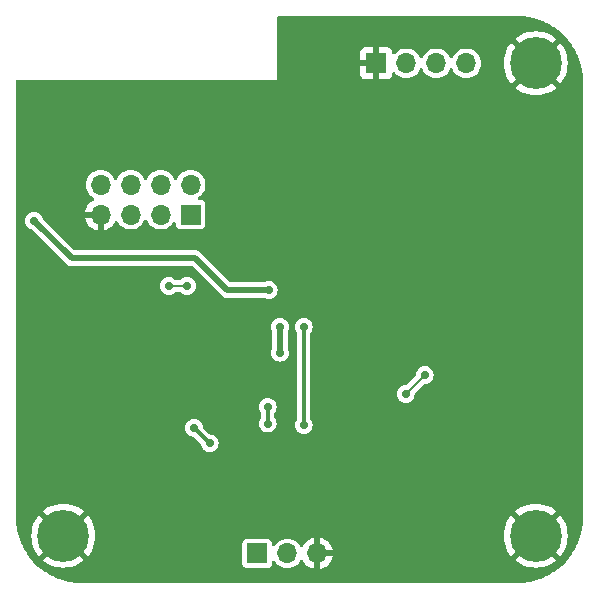
<source format=gbr>
%TF.GenerationSoftware,KiCad,Pcbnew,8.0.2*%
%TF.CreationDate,2024-07-16T02:57:23-07:00*%
%TF.ProjectId,sensor-node-rev-2s,73656e73-6f72-42d6-9e6f-64652d726576,rev?*%
%TF.SameCoordinates,Original*%
%TF.FileFunction,Copper,L2,Bot*%
%TF.FilePolarity,Positive*%
%FSLAX46Y46*%
G04 Gerber Fmt 4.6, Leading zero omitted, Abs format (unit mm)*
G04 Created by KiCad (PCBNEW 8.0.2) date 2024-07-16 02:57:23*
%MOMM*%
%LPD*%
G01*
G04 APERTURE LIST*
%TA.AperFunction,ComponentPad*%
%ADD10R,1.700000X1.700000*%
%TD*%
%TA.AperFunction,ComponentPad*%
%ADD11O,1.700000X1.700000*%
%TD*%
%TA.AperFunction,ComponentPad*%
%ADD12C,4.400000*%
%TD*%
%TA.AperFunction,ViaPad*%
%ADD13C,0.700000*%
%TD*%
%TA.AperFunction,ViaPad*%
%ADD14C,0.900000*%
%TD*%
%TA.AperFunction,Conductor*%
%ADD15C,0.300000*%
%TD*%
%TA.AperFunction,Conductor*%
%ADD16C,0.200000*%
%TD*%
%TA.AperFunction,Conductor*%
%ADD17C,0.500000*%
%TD*%
G04 APERTURE END LIST*
D10*
%TO.P,J2,1,Pin_1*%
%TO.N,GND*%
X105000000Y-100500000D03*
D11*
%TO.P,J2,2,Pin_2*%
%TO.N,SWCLK*%
X107540000Y-100500000D03*
%TO.P,J2,3,Pin_3*%
%TO.N,SWDIO*%
X110080000Y-100500000D03*
%TO.P,J2,4,Pin_4*%
%TO.N,+3.3V*%
X112620000Y-100500000D03*
%TD*%
D12*
%TO.P,H3,1,1*%
%TO.N,GND*%
X118500000Y-100500000D03*
%TD*%
%TO.P,H4,1,1*%
%TO.N,GND*%
X118500000Y-140500000D03*
%TD*%
D11*
%TO.P,nRF24L01+,1,Pin_1*%
%TO.N,NRF_IRQ*%
X89280000Y-110770000D03*
%TO.P,nRF24L01+,2,Pin_2*%
%TO.N,NRF_MOSI*%
X86740000Y-110770000D03*
%TO.P,nRF24L01+,3,Pin_3*%
%TO.N,NRF_CSN*%
X84200000Y-110770000D03*
%TO.P,nRF24L01+,4,Pin_4*%
%TO.N,VDD*%
X81660000Y-110770000D03*
%TO.P,nRF24L01+,5,Pin_5*%
%TO.N,GND*%
X81660000Y-113310000D03*
%TO.P,nRF24L01+,6,Pin_6*%
%TO.N,NRF_CE*%
X84200000Y-113310000D03*
%TO.P,nRF24L01+,7,Pin_7*%
%TO.N,NRF_SCK*%
X86740000Y-113310000D03*
D10*
%TO.P,nRF24L01+,8,Pin_8*%
%TO.N,NRF_MISO*%
X89280000Y-113310000D03*
%TD*%
%TO.P,J4,1,Pin_1*%
%TO.N,Net-(J4-Pin_1)*%
X94920000Y-142000000D03*
D11*
%TO.P,J4,2,Pin_2*%
%TO.N,Net-(J4-Pin_2)*%
X97460000Y-142000000D03*
%TO.P,J4,3,Pin_3*%
%TO.N,GND*%
X100000000Y-142000000D03*
%TD*%
D12*
%TO.P,H2,1,1*%
%TO.N,GND*%
X78500000Y-140500000D03*
%TD*%
D13*
%TO.N,GND*%
X86300000Y-132300000D03*
X92175000Y-108575000D03*
X97400000Y-137200000D03*
X82190000Y-142830000D03*
X116880000Y-128800000D03*
X80000000Y-124400000D03*
X87100000Y-130700000D03*
X88200000Y-133200000D03*
X100070000Y-132410000D03*
X91475000Y-116000000D03*
X117580000Y-123520000D03*
X100150000Y-139600000D03*
X94100000Y-117900000D03*
X88000000Y-140000000D03*
X78900000Y-106200000D03*
X98700000Y-138200000D03*
X102880000Y-112260000D03*
X89300000Y-102800000D03*
X82300000Y-102800000D03*
X81950000Y-141150000D03*
D14*
X104750000Y-140700000D03*
D13*
X115710000Y-123890000D03*
X85900000Y-102800000D03*
X82300000Y-106200000D03*
X78410000Y-127050000D03*
X77000000Y-124000000D03*
X84972120Y-126602880D03*
X87740000Y-125740000D03*
X95500000Y-121000000D03*
X80480000Y-123040000D03*
X92000000Y-128500000D03*
X75500000Y-106200000D03*
X87870000Y-131390000D03*
X88000000Y-139000000D03*
X92150000Y-113750000D03*
X82025000Y-127275000D03*
D14*
X104750000Y-142100000D03*
D13*
X92700000Y-102800000D03*
X100000000Y-129000000D03*
X78900000Y-102800000D03*
X116420000Y-130870000D03*
D14*
X115000000Y-142100000D03*
D13*
X102500000Y-109925000D03*
X99900000Y-120750000D03*
X96100000Y-102800000D03*
X89300000Y-106200000D03*
X99820000Y-134220000D03*
X95864873Y-128190000D03*
D14*
X111500000Y-123000000D03*
D13*
X91100000Y-142500000D03*
X100200000Y-122450000D03*
X81840000Y-128240000D03*
X97500000Y-127500000D03*
X100000000Y-127500000D03*
X102130000Y-132410000D03*
X107900000Y-131410000D03*
X87700000Y-124400000D03*
X87000000Y-139000000D03*
X92000000Y-125350000D03*
D14*
X115000000Y-140700000D03*
D13*
X93600000Y-126800000D03*
X89900000Y-133500000D03*
X98000000Y-97500000D03*
X98000000Y-100900000D03*
X90350000Y-126800000D03*
X101400000Y-97500000D03*
X114920000Y-128260000D03*
X80200000Y-115400000D03*
X85900000Y-106200000D03*
X75500000Y-102800000D03*
X97500000Y-129000000D03*
X101400000Y-100900000D03*
%TO.N,USART1_RX*%
X95800000Y-129600000D03*
X95800000Y-131000000D03*
%TO.N,NRF_SCK*%
X88975000Y-119350000D03*
X87425000Y-119350000D03*
%TO.N,Net-(JP9-B)*%
X107500000Y-128500000D03*
X109100000Y-126900000D03*
%TO.N,VDD*%
X89575000Y-131370000D03*
X96840000Y-122800000D03*
X95900000Y-119710000D03*
X76025000Y-113825000D03*
X96840000Y-125000000D03*
X90900000Y-132680000D03*
%TO.N,POWER_LED_EN*%
X98850000Y-131150000D03*
X98850000Y-122800000D03*
%TD*%
D15*
%TO.N,USART1_RX*%
X95800000Y-131000000D02*
X95800000Y-129600000D01*
D16*
%TO.N,NRF_SCK*%
X87425000Y-119350000D02*
X88975000Y-119350000D01*
%TO.N,Net-(JP9-B)*%
X109100000Y-126900000D02*
X107500000Y-128500000D01*
D17*
%TO.N,VDD*%
X89690000Y-117000000D02*
X92400000Y-119710000D01*
X79200000Y-117000000D02*
X89690000Y-117000000D01*
D15*
X90885000Y-132680000D02*
X89575000Y-131370000D01*
D17*
X96840000Y-122800000D02*
X96840000Y-125000000D01*
D15*
X90900000Y-132680000D02*
X90885000Y-132680000D01*
D17*
X76025000Y-113825000D02*
X79200000Y-117000000D01*
X92400000Y-119710000D02*
X95900000Y-119710000D01*
D15*
%TO.N,POWER_LED_EN*%
X98850000Y-122800000D02*
X98850000Y-131150000D01*
%TD*%
%TA.AperFunction,Conductor*%
%TO.N,GND*%
G36*
X117002562Y-96500605D02*
G01*
X117449036Y-96519072D01*
X117459209Y-96519915D01*
X117900114Y-96574873D01*
X117910194Y-96576555D01*
X118345042Y-96667733D01*
X118354950Y-96670242D01*
X118780786Y-96797019D01*
X118790454Y-96800338D01*
X119131430Y-96933388D01*
X119204339Y-96961838D01*
X119213724Y-96965954D01*
X119612869Y-97161083D01*
X119621877Y-97165958D01*
X120003544Y-97393383D01*
X120012123Y-97398989D01*
X120373693Y-97657144D01*
X120381770Y-97663431D01*
X120720796Y-97950571D01*
X120728336Y-97957512D01*
X121042487Y-98271663D01*
X121049428Y-98279203D01*
X121269554Y-98539106D01*
X121336564Y-98618224D01*
X121342859Y-98626312D01*
X121601010Y-98987876D01*
X121606616Y-98996455D01*
X121834041Y-99378122D01*
X121838919Y-99387136D01*
X122034045Y-99786275D01*
X122038161Y-99795660D01*
X122199656Y-100209533D01*
X122202984Y-100219226D01*
X122329753Y-100645036D01*
X122332269Y-100654971D01*
X122423441Y-101089791D01*
X122425128Y-101099900D01*
X122480082Y-101540769D01*
X122480928Y-101550983D01*
X122499393Y-101997436D01*
X122499499Y-102002560D01*
X122499499Y-138997437D01*
X122499393Y-139002561D01*
X122480927Y-139449015D01*
X122480081Y-139459229D01*
X122425127Y-139900098D01*
X122423440Y-139910207D01*
X122332268Y-140345028D01*
X122329752Y-140354963D01*
X122202983Y-140780772D01*
X122199655Y-140790465D01*
X122038157Y-141204348D01*
X122034040Y-141213733D01*
X121838922Y-141612853D01*
X121834045Y-141621867D01*
X121606615Y-142003544D01*
X121601009Y-142012123D01*
X121342859Y-142373686D01*
X121336564Y-142381774D01*
X121049427Y-142720795D01*
X121042486Y-142728335D01*
X120728335Y-143042486D01*
X120720795Y-143049427D01*
X120381774Y-143336564D01*
X120373686Y-143342859D01*
X120012123Y-143601009D01*
X120003544Y-143606615D01*
X119621867Y-143834045D01*
X119612853Y-143838922D01*
X119213733Y-144034040D01*
X119204348Y-144038157D01*
X118790465Y-144199655D01*
X118780772Y-144202983D01*
X118354963Y-144329752D01*
X118345028Y-144332268D01*
X117910207Y-144423440D01*
X117900098Y-144425127D01*
X117459229Y-144480081D01*
X117449015Y-144480927D01*
X117002562Y-144499393D01*
X116997438Y-144499499D01*
X80002562Y-144499499D01*
X79997438Y-144499393D01*
X79550984Y-144480927D01*
X79540770Y-144480081D01*
X79099901Y-144425127D01*
X79089792Y-144423440D01*
X78654971Y-144332268D01*
X78645036Y-144329752D01*
X78219227Y-144202983D01*
X78209534Y-144199655D01*
X77795651Y-144038157D01*
X77786266Y-144034040D01*
X77387146Y-143838922D01*
X77378132Y-143834045D01*
X76996455Y-143606615D01*
X76987876Y-143601009D01*
X76626313Y-143342859D01*
X76618225Y-143336564D01*
X76611223Y-143330634D01*
X76370005Y-143126332D01*
X76279204Y-143049427D01*
X76271664Y-143042486D01*
X75957513Y-142728335D01*
X75950572Y-142720795D01*
X75843295Y-142594134D01*
X75663431Y-142381769D01*
X75657140Y-142373686D01*
X75609532Y-142307007D01*
X75398990Y-142012123D01*
X75393384Y-142003544D01*
X75165954Y-141621867D01*
X75161077Y-141612853D01*
X74965959Y-141213733D01*
X74961842Y-141204348D01*
X74891742Y-141024697D01*
X74800339Y-140790453D01*
X74797020Y-140780785D01*
X74713426Y-140500000D01*
X75795065Y-140500000D01*
X75814786Y-140826038D01*
X75873667Y-141147341D01*
X75970835Y-141459164D01*
X75970839Y-141459175D01*
X76104897Y-141757041D01*
X76104898Y-141757043D01*
X76273881Y-142036576D01*
X76421476Y-142224968D01*
X77563708Y-141082736D01*
X77660967Y-141216602D01*
X77783398Y-141339033D01*
X77917262Y-141436290D01*
X76775030Y-142578522D01*
X76775030Y-142578523D01*
X76963423Y-142726118D01*
X77242956Y-142895101D01*
X77242958Y-142895102D01*
X77540824Y-143029160D01*
X77540835Y-143029164D01*
X77852658Y-143126332D01*
X78173961Y-143185213D01*
X78500000Y-143204934D01*
X78826038Y-143185213D01*
X79147341Y-143126332D01*
X79459164Y-143029164D01*
X79459175Y-143029160D01*
X79757041Y-142895102D01*
X79757043Y-142895101D01*
X80036586Y-142726112D01*
X80224968Y-142578523D01*
X80224968Y-142578522D01*
X79082737Y-141436290D01*
X79216602Y-141339033D01*
X79339033Y-141216602D01*
X79436290Y-141082737D01*
X80578522Y-142224968D01*
X80578523Y-142224968D01*
X80726112Y-142036586D01*
X80895101Y-141757043D01*
X80895102Y-141757041D01*
X81029160Y-141459175D01*
X81029164Y-141459164D01*
X81126332Y-141147341D01*
X81131622Y-141118475D01*
X93669500Y-141118475D01*
X93669500Y-142881517D01*
X93671652Y-142895102D01*
X93684354Y-142975304D01*
X93741950Y-143088342D01*
X93741952Y-143088344D01*
X93741954Y-143088347D01*
X93831652Y-143178045D01*
X93831654Y-143178046D01*
X93831658Y-143178050D01*
X93944694Y-143235645D01*
X93944698Y-143235647D01*
X94038475Y-143250499D01*
X94038481Y-143250500D01*
X95801518Y-143250499D01*
X95895304Y-143235646D01*
X96008342Y-143178050D01*
X96098050Y-143088342D01*
X96155646Y-142975304D01*
X96155646Y-142975302D01*
X96155647Y-142975301D01*
X96170499Y-142881524D01*
X96170500Y-142881519D01*
X96170499Y-142731859D01*
X96190183Y-142664823D01*
X96242987Y-142619068D01*
X96312145Y-142609124D01*
X96375701Y-142638149D01*
X96396073Y-142660738D01*
X96498402Y-142806877D01*
X96653123Y-142961598D01*
X96832361Y-143087102D01*
X97030670Y-143179575D01*
X97242023Y-143236207D01*
X97424926Y-143252208D01*
X97459998Y-143255277D01*
X97460000Y-143255277D01*
X97460002Y-143255277D01*
X97488254Y-143252805D01*
X97677977Y-143236207D01*
X97889330Y-143179575D01*
X98087639Y-143087102D01*
X98266877Y-142961598D01*
X98421598Y-142806877D01*
X98547102Y-142627639D01*
X98562726Y-142594132D01*
X98608896Y-142541695D01*
X98676090Y-142522543D01*
X98742971Y-142542758D01*
X98787489Y-142594134D01*
X98826399Y-142677578D01*
X98961894Y-142871082D01*
X99128917Y-143038105D01*
X99322421Y-143173600D01*
X99536507Y-143273429D01*
X99536516Y-143273433D01*
X99750000Y-143330634D01*
X99750000Y-142433012D01*
X99807007Y-142465925D01*
X99934174Y-142500000D01*
X100065826Y-142500000D01*
X100192993Y-142465925D01*
X100250000Y-142433012D01*
X100250000Y-143330633D01*
X100463483Y-143273433D01*
X100463492Y-143273429D01*
X100677578Y-143173600D01*
X100871082Y-143038105D01*
X101038105Y-142871082D01*
X101173600Y-142677578D01*
X101273429Y-142463492D01*
X101273432Y-142463486D01*
X101330636Y-142250000D01*
X100433012Y-142250000D01*
X100465925Y-142192993D01*
X100500000Y-142065826D01*
X100500000Y-141934174D01*
X100465925Y-141807007D01*
X100433012Y-141750000D01*
X101330636Y-141750000D01*
X101330635Y-141749999D01*
X101273432Y-141536513D01*
X101273429Y-141536507D01*
X101173600Y-141322422D01*
X101173599Y-141322420D01*
X101038113Y-141128926D01*
X101038108Y-141128920D01*
X100871082Y-140961894D01*
X100677578Y-140826399D01*
X100463492Y-140726570D01*
X100463486Y-140726567D01*
X100250000Y-140669364D01*
X100250000Y-141566988D01*
X100192993Y-141534075D01*
X100065826Y-141500000D01*
X99934174Y-141500000D01*
X99807007Y-141534075D01*
X99750000Y-141566988D01*
X99750000Y-140669364D01*
X99749999Y-140669364D01*
X99536513Y-140726567D01*
X99536507Y-140726570D01*
X99322422Y-140826399D01*
X99322420Y-140826400D01*
X99128926Y-140961886D01*
X99128920Y-140961891D01*
X98961891Y-141128920D01*
X98961886Y-141128926D01*
X98826400Y-141322420D01*
X98826399Y-141322422D01*
X98787489Y-141405866D01*
X98741317Y-141458305D01*
X98674123Y-141477457D01*
X98607242Y-141457241D01*
X98562725Y-141405866D01*
X98547102Y-141372362D01*
X98547100Y-141372359D01*
X98547099Y-141372357D01*
X98421599Y-141193124D01*
X98346950Y-141118475D01*
X98266877Y-141038402D01*
X98128978Y-140941844D01*
X98087638Y-140912897D01*
X97960373Y-140853553D01*
X97889330Y-140820425D01*
X97889326Y-140820424D01*
X97889322Y-140820422D01*
X97677977Y-140763793D01*
X97460002Y-140744723D01*
X97459998Y-140744723D01*
X97314682Y-140757436D01*
X97242023Y-140763793D01*
X97242020Y-140763793D01*
X97030677Y-140820422D01*
X97030670Y-140820424D01*
X97030670Y-140820425D01*
X97027391Y-140821954D01*
X96832361Y-140912898D01*
X96832357Y-140912900D01*
X96653121Y-141038402D01*
X96498402Y-141193121D01*
X96396074Y-141339262D01*
X96341497Y-141382887D01*
X96271999Y-141390081D01*
X96209644Y-141358558D01*
X96174230Y-141298328D01*
X96170499Y-141268139D01*
X96170499Y-141118482D01*
X96163854Y-141076525D01*
X96155646Y-141024696D01*
X96098050Y-140911658D01*
X96098046Y-140911654D01*
X96098045Y-140911652D01*
X96008347Y-140821954D01*
X96008344Y-140821952D01*
X96008342Y-140821950D01*
X95927526Y-140780772D01*
X95895301Y-140764352D01*
X95801524Y-140749500D01*
X94038482Y-140749500D01*
X93957519Y-140762323D01*
X93944696Y-140764354D01*
X93831658Y-140821950D01*
X93831657Y-140821951D01*
X93831652Y-140821954D01*
X93741954Y-140911652D01*
X93741951Y-140911657D01*
X93741950Y-140911658D01*
X93736552Y-140922253D01*
X93684352Y-141024698D01*
X93669500Y-141118475D01*
X81131622Y-141118475D01*
X81185213Y-140826038D01*
X81204934Y-140500000D01*
X115795065Y-140500000D01*
X115814786Y-140826038D01*
X115873667Y-141147341D01*
X115970835Y-141459164D01*
X115970839Y-141459175D01*
X116104897Y-141757041D01*
X116104898Y-141757043D01*
X116273881Y-142036576D01*
X116421476Y-142224968D01*
X117563708Y-141082736D01*
X117660967Y-141216602D01*
X117783398Y-141339033D01*
X117917262Y-141436290D01*
X116775030Y-142578522D01*
X116775030Y-142578523D01*
X116963423Y-142726118D01*
X117242956Y-142895101D01*
X117242958Y-142895102D01*
X117540824Y-143029160D01*
X117540835Y-143029164D01*
X117852658Y-143126332D01*
X118173961Y-143185213D01*
X118500000Y-143204934D01*
X118826038Y-143185213D01*
X119147341Y-143126332D01*
X119459164Y-143029164D01*
X119459175Y-143029160D01*
X119757041Y-142895102D01*
X119757043Y-142895101D01*
X120036586Y-142726112D01*
X120224968Y-142578523D01*
X120224968Y-142578522D01*
X119082737Y-141436290D01*
X119216602Y-141339033D01*
X119339033Y-141216602D01*
X119436290Y-141082737D01*
X120578522Y-142224968D01*
X120578523Y-142224968D01*
X120726112Y-142036586D01*
X120895101Y-141757043D01*
X120895102Y-141757041D01*
X121029160Y-141459175D01*
X121029164Y-141459164D01*
X121126332Y-141147341D01*
X121185213Y-140826038D01*
X121204934Y-140500000D01*
X121185213Y-140173961D01*
X121126332Y-139852658D01*
X121029164Y-139540835D01*
X121029160Y-139540824D01*
X120895102Y-139242958D01*
X120895101Y-139242956D01*
X120726118Y-138963423D01*
X120578522Y-138775030D01*
X119436290Y-139917262D01*
X119339033Y-139783398D01*
X119216602Y-139660967D01*
X119082736Y-139563709D01*
X120224968Y-138421476D01*
X120036576Y-138273881D01*
X119757043Y-138104898D01*
X119757041Y-138104897D01*
X119459175Y-137970839D01*
X119459164Y-137970835D01*
X119147341Y-137873667D01*
X118826038Y-137814786D01*
X118500000Y-137795065D01*
X118173961Y-137814786D01*
X117852658Y-137873667D01*
X117540835Y-137970835D01*
X117540824Y-137970839D01*
X117242958Y-138104897D01*
X117242956Y-138104898D01*
X116963422Y-138273881D01*
X116963416Y-138273886D01*
X116775030Y-138421474D01*
X116775029Y-138421476D01*
X117917262Y-139563709D01*
X117783398Y-139660967D01*
X117660967Y-139783398D01*
X117563709Y-139917262D01*
X116421476Y-138775029D01*
X116421474Y-138775030D01*
X116273886Y-138963416D01*
X116273881Y-138963422D01*
X116104898Y-139242956D01*
X116104897Y-139242958D01*
X115970839Y-139540824D01*
X115970835Y-139540835D01*
X115873667Y-139852658D01*
X115814786Y-140173961D01*
X115795065Y-140500000D01*
X81204934Y-140500000D01*
X81185213Y-140173961D01*
X81126332Y-139852658D01*
X81029164Y-139540835D01*
X81029160Y-139540824D01*
X80895102Y-139242958D01*
X80895101Y-139242956D01*
X80726118Y-138963423D01*
X80578522Y-138775030D01*
X79436290Y-139917262D01*
X79339033Y-139783398D01*
X79216602Y-139660967D01*
X79082736Y-139563709D01*
X80224968Y-138421476D01*
X80036576Y-138273881D01*
X79757043Y-138104898D01*
X79757041Y-138104897D01*
X79459175Y-137970839D01*
X79459164Y-137970835D01*
X79147341Y-137873667D01*
X78826038Y-137814786D01*
X78500000Y-137795065D01*
X78173961Y-137814786D01*
X77852658Y-137873667D01*
X77540835Y-137970835D01*
X77540824Y-137970839D01*
X77242958Y-138104897D01*
X77242956Y-138104898D01*
X76963422Y-138273881D01*
X76963416Y-138273886D01*
X76775030Y-138421474D01*
X76775029Y-138421476D01*
X77917262Y-139563709D01*
X77783398Y-139660967D01*
X77660967Y-139783398D01*
X77563709Y-139917262D01*
X76421476Y-138775029D01*
X76421474Y-138775030D01*
X76273886Y-138963416D01*
X76273881Y-138963422D01*
X76104898Y-139242956D01*
X76104897Y-139242958D01*
X75970839Y-139540824D01*
X75970835Y-139540835D01*
X75873667Y-139852658D01*
X75814786Y-140173961D01*
X75795065Y-140500000D01*
X74713426Y-140500000D01*
X74670243Y-140354950D01*
X74667734Y-140345042D01*
X74576556Y-139910193D01*
X74574874Y-139900113D01*
X74519916Y-139459208D01*
X74519073Y-139449035D01*
X74500607Y-139002561D01*
X74500501Y-138997437D01*
X74500501Y-138926512D01*
X74500500Y-138926494D01*
X74500500Y-131369997D01*
X88819751Y-131369997D01*
X88819751Y-131370002D01*
X88838685Y-131538056D01*
X88894545Y-131697694D01*
X88894547Y-131697697D01*
X88984518Y-131840884D01*
X88984523Y-131840890D01*
X89104109Y-131960476D01*
X89104115Y-131960481D01*
X89247302Y-132050452D01*
X89247305Y-132050454D01*
X89247309Y-132050455D01*
X89247310Y-132050456D01*
X89358958Y-132089523D01*
X89406941Y-132106313D01*
X89406946Y-132106314D01*
X89505651Y-132117435D01*
X89570065Y-132144501D01*
X89579449Y-132152974D01*
X90118929Y-132692454D01*
X90152414Y-132753777D01*
X90154468Y-132766250D01*
X90163685Y-132848053D01*
X90219544Y-133007692D01*
X90219547Y-133007697D01*
X90309518Y-133150884D01*
X90309523Y-133150890D01*
X90429109Y-133270476D01*
X90429115Y-133270481D01*
X90572302Y-133360452D01*
X90572305Y-133360454D01*
X90572309Y-133360455D01*
X90572310Y-133360456D01*
X90644913Y-133385860D01*
X90731943Y-133416314D01*
X90899997Y-133435249D01*
X90900000Y-133435249D01*
X90900003Y-133435249D01*
X91068056Y-133416314D01*
X91068059Y-133416313D01*
X91227690Y-133360456D01*
X91227692Y-133360454D01*
X91227694Y-133360454D01*
X91227697Y-133360452D01*
X91370884Y-133270481D01*
X91370885Y-133270480D01*
X91370890Y-133270477D01*
X91490477Y-133150890D01*
X91580452Y-133007697D01*
X91580454Y-133007694D01*
X91580454Y-133007692D01*
X91580456Y-133007690D01*
X91636313Y-132848059D01*
X91636313Y-132848058D01*
X91636314Y-132848056D01*
X91655249Y-132680002D01*
X91655249Y-132679997D01*
X91636314Y-132511943D01*
X91580454Y-132352305D01*
X91580452Y-132352302D01*
X91490481Y-132209115D01*
X91490476Y-132209109D01*
X91370890Y-132089523D01*
X91370884Y-132089518D01*
X91227697Y-131999547D01*
X91227692Y-131999544D01*
X91068053Y-131943685D01*
X90952442Y-131930659D01*
X90888028Y-131903592D01*
X90878645Y-131895120D01*
X90357974Y-131374449D01*
X90324489Y-131313126D01*
X90322435Y-131300651D01*
X90311314Y-131201946D01*
X90311313Y-131201941D01*
X90255454Y-131042305D01*
X90255452Y-131042302D01*
X90165481Y-130899115D01*
X90165476Y-130899109D01*
X90045890Y-130779523D01*
X90045884Y-130779518D01*
X89902697Y-130689547D01*
X89902694Y-130689545D01*
X89743056Y-130633685D01*
X89575003Y-130614751D01*
X89574997Y-130614751D01*
X89406943Y-130633685D01*
X89247305Y-130689545D01*
X89247302Y-130689547D01*
X89104115Y-130779518D01*
X89104109Y-130779523D01*
X88984523Y-130899109D01*
X88984518Y-130899115D01*
X88894547Y-131042302D01*
X88894545Y-131042305D01*
X88838685Y-131201943D01*
X88819751Y-131369997D01*
X74500500Y-131369997D01*
X74500500Y-129599997D01*
X95044751Y-129599997D01*
X95044751Y-129600002D01*
X95063685Y-129768056D01*
X95119545Y-129927694D01*
X95119547Y-129927697D01*
X95209518Y-130070884D01*
X95209523Y-130070890D01*
X95213181Y-130074548D01*
X95246666Y-130135871D01*
X95249500Y-130162229D01*
X95249500Y-130437771D01*
X95229815Y-130504810D01*
X95213181Y-130525452D01*
X95209523Y-130529109D01*
X95209518Y-130529115D01*
X95119547Y-130672302D01*
X95119545Y-130672305D01*
X95063685Y-130831943D01*
X95044751Y-130999997D01*
X95044751Y-131000002D01*
X95063685Y-131168056D01*
X95119545Y-131327694D01*
X95119547Y-131327697D01*
X95209518Y-131470884D01*
X95209523Y-131470890D01*
X95329109Y-131590476D01*
X95329115Y-131590481D01*
X95472302Y-131680452D01*
X95472305Y-131680454D01*
X95472309Y-131680455D01*
X95472310Y-131680456D01*
X95521562Y-131697690D01*
X95631943Y-131736314D01*
X95799997Y-131755249D01*
X95800000Y-131755249D01*
X95800003Y-131755249D01*
X95968056Y-131736314D01*
X95968059Y-131736313D01*
X96127690Y-131680456D01*
X96127692Y-131680454D01*
X96127694Y-131680454D01*
X96127697Y-131680452D01*
X96270884Y-131590481D01*
X96270885Y-131590480D01*
X96270890Y-131590477D01*
X96390477Y-131470890D01*
X96390481Y-131470884D01*
X96480452Y-131327697D01*
X96480454Y-131327694D01*
X96480454Y-131327692D01*
X96480456Y-131327690D01*
X96536313Y-131168059D01*
X96536313Y-131168058D01*
X96536314Y-131168056D01*
X96555249Y-131000002D01*
X96555249Y-130999997D01*
X96536314Y-130831943D01*
X96480454Y-130672305D01*
X96480452Y-130672302D01*
X96390481Y-130529115D01*
X96390476Y-130529109D01*
X96386819Y-130525452D01*
X96353334Y-130464129D01*
X96350500Y-130437771D01*
X96350500Y-130162229D01*
X96370185Y-130095190D01*
X96386819Y-130074548D01*
X96390477Y-130070890D01*
X96480452Y-129927697D01*
X96480454Y-129927694D01*
X96480454Y-129927692D01*
X96480456Y-129927690D01*
X96536313Y-129768059D01*
X96536313Y-129768058D01*
X96536314Y-129768056D01*
X96555249Y-129600002D01*
X96555249Y-129599997D01*
X96536314Y-129431943D01*
X96480454Y-129272305D01*
X96480452Y-129272302D01*
X96390481Y-129129115D01*
X96390476Y-129129109D01*
X96270890Y-129009523D01*
X96270884Y-129009518D01*
X96127697Y-128919547D01*
X96127694Y-128919545D01*
X95968056Y-128863685D01*
X95800003Y-128844751D01*
X95799997Y-128844751D01*
X95631943Y-128863685D01*
X95472305Y-128919545D01*
X95472302Y-128919547D01*
X95329115Y-129009518D01*
X95329109Y-129009523D01*
X95209523Y-129129109D01*
X95209518Y-129129115D01*
X95119547Y-129272302D01*
X95119545Y-129272305D01*
X95063685Y-129431943D01*
X95044751Y-129599997D01*
X74500500Y-129599997D01*
X74500500Y-122799997D01*
X96084751Y-122799997D01*
X96084751Y-122800002D01*
X96103686Y-122968057D01*
X96159542Y-123127687D01*
X96159548Y-123127697D01*
X96170493Y-123145115D01*
X96189500Y-123211087D01*
X96189500Y-124588911D01*
X96170495Y-124654882D01*
X96159544Y-124672310D01*
X96103685Y-124831943D01*
X96084751Y-124999997D01*
X96084751Y-125000002D01*
X96103685Y-125168056D01*
X96159545Y-125327694D01*
X96159547Y-125327697D01*
X96249518Y-125470884D01*
X96249523Y-125470890D01*
X96369109Y-125590476D01*
X96369115Y-125590481D01*
X96512302Y-125680452D01*
X96512305Y-125680454D01*
X96512309Y-125680455D01*
X96512310Y-125680456D01*
X96584913Y-125705860D01*
X96671943Y-125736314D01*
X96839997Y-125755249D01*
X96840000Y-125755249D01*
X96840003Y-125755249D01*
X97008056Y-125736314D01*
X97008059Y-125736313D01*
X97167690Y-125680456D01*
X97167692Y-125680454D01*
X97167694Y-125680454D01*
X97167697Y-125680452D01*
X97310884Y-125590481D01*
X97310885Y-125590480D01*
X97310890Y-125590477D01*
X97430477Y-125470890D01*
X97520452Y-125327697D01*
X97520454Y-125327694D01*
X97520454Y-125327692D01*
X97520456Y-125327690D01*
X97576313Y-125168059D01*
X97576313Y-125168058D01*
X97576314Y-125168056D01*
X97595249Y-125000002D01*
X97595249Y-124999997D01*
X97576314Y-124831943D01*
X97563417Y-124795088D01*
X97520456Y-124672310D01*
X97509504Y-124654881D01*
X97490500Y-124588911D01*
X97490500Y-123211087D01*
X97509506Y-123145115D01*
X97520456Y-123127690D01*
X97576313Y-122968059D01*
X97595249Y-122800000D01*
X97595249Y-122799997D01*
X98094751Y-122799997D01*
X98094751Y-122800002D01*
X98113685Y-122968056D01*
X98169545Y-123127694D01*
X98169547Y-123127697D01*
X98259518Y-123270884D01*
X98259523Y-123270890D01*
X98263181Y-123274548D01*
X98296666Y-123335871D01*
X98299500Y-123362229D01*
X98299500Y-130587771D01*
X98279815Y-130654810D01*
X98263181Y-130675452D01*
X98259523Y-130679109D01*
X98259518Y-130679115D01*
X98169547Y-130822302D01*
X98169545Y-130822305D01*
X98113685Y-130981943D01*
X98094751Y-131149997D01*
X98094751Y-131150002D01*
X98113685Y-131318056D01*
X98169545Y-131477694D01*
X98169547Y-131477697D01*
X98259518Y-131620884D01*
X98259523Y-131620890D01*
X98379109Y-131740476D01*
X98379115Y-131740481D01*
X98522302Y-131830452D01*
X98522305Y-131830454D01*
X98522309Y-131830455D01*
X98522310Y-131830456D01*
X98552112Y-131840884D01*
X98681943Y-131886314D01*
X98849997Y-131905249D01*
X98850000Y-131905249D01*
X98850003Y-131905249D01*
X99018056Y-131886314D01*
X99018059Y-131886313D01*
X99177690Y-131830456D01*
X99177692Y-131830454D01*
X99177694Y-131830454D01*
X99177697Y-131830452D01*
X99320884Y-131740481D01*
X99320885Y-131740480D01*
X99320890Y-131740477D01*
X99440477Y-131620890D01*
X99440481Y-131620884D01*
X99530452Y-131477697D01*
X99530454Y-131477694D01*
X99530454Y-131477692D01*
X99530456Y-131477690D01*
X99586313Y-131318059D01*
X99586313Y-131318058D01*
X99586314Y-131318056D01*
X99605249Y-131150002D01*
X99605249Y-131149997D01*
X99586314Y-130981943D01*
X99555860Y-130894913D01*
X99530456Y-130822310D01*
X99530455Y-130822309D01*
X99530454Y-130822305D01*
X99530452Y-130822302D01*
X99440481Y-130679115D01*
X99440476Y-130679109D01*
X99436819Y-130675452D01*
X99403334Y-130614129D01*
X99400500Y-130587771D01*
X99400500Y-128499997D01*
X106744751Y-128499997D01*
X106744751Y-128500002D01*
X106763685Y-128668056D01*
X106819545Y-128827694D01*
X106819547Y-128827697D01*
X106909518Y-128970884D01*
X106909523Y-128970890D01*
X107029109Y-129090476D01*
X107029115Y-129090481D01*
X107172302Y-129180452D01*
X107172305Y-129180454D01*
X107172309Y-129180455D01*
X107172310Y-129180456D01*
X107244913Y-129205860D01*
X107331943Y-129236314D01*
X107499997Y-129255249D01*
X107500000Y-129255249D01*
X107500003Y-129255249D01*
X107668056Y-129236314D01*
X107668059Y-129236313D01*
X107827690Y-129180456D01*
X107827692Y-129180454D01*
X107827694Y-129180454D01*
X107827697Y-129180452D01*
X107970884Y-129090481D01*
X107970885Y-129090480D01*
X107970890Y-129090477D01*
X108090477Y-128970890D01*
X108122738Y-128919547D01*
X108180452Y-128827697D01*
X108180454Y-128827694D01*
X108180454Y-128827692D01*
X108180456Y-128827690D01*
X108236313Y-128668059D01*
X108236313Y-128668057D01*
X108236314Y-128668055D01*
X108256029Y-128493080D01*
X108258356Y-128493342D01*
X108274934Y-128436887D01*
X108291568Y-128416245D01*
X109016245Y-127691568D01*
X109077568Y-127658083D01*
X109093122Y-127656410D01*
X109093080Y-127656029D01*
X109268055Y-127636314D01*
X109268057Y-127636313D01*
X109268059Y-127636313D01*
X109427690Y-127580456D01*
X109427692Y-127580454D01*
X109427694Y-127580454D01*
X109427697Y-127580452D01*
X109570884Y-127490481D01*
X109570885Y-127490480D01*
X109570890Y-127490477D01*
X109690477Y-127370890D01*
X109780452Y-127227697D01*
X109780454Y-127227694D01*
X109780454Y-127227692D01*
X109780456Y-127227690D01*
X109836313Y-127068059D01*
X109836313Y-127068058D01*
X109836314Y-127068056D01*
X109855249Y-126900002D01*
X109855249Y-126899997D01*
X109836314Y-126731943D01*
X109780454Y-126572305D01*
X109780452Y-126572302D01*
X109690481Y-126429115D01*
X109690476Y-126429109D01*
X109570890Y-126309523D01*
X109570884Y-126309518D01*
X109427697Y-126219547D01*
X109427694Y-126219545D01*
X109268056Y-126163685D01*
X109100003Y-126144751D01*
X109099997Y-126144751D01*
X108931943Y-126163685D01*
X108772305Y-126219545D01*
X108772302Y-126219547D01*
X108629115Y-126309518D01*
X108629109Y-126309523D01*
X108509523Y-126429109D01*
X108509518Y-126429115D01*
X108419547Y-126572302D01*
X108419545Y-126572305D01*
X108363685Y-126731943D01*
X108343971Y-126906920D01*
X108341642Y-126906657D01*
X108325066Y-126963111D01*
X108308432Y-126983753D01*
X107583753Y-127708432D01*
X107522430Y-127741917D01*
X107506876Y-127743589D01*
X107506920Y-127743971D01*
X107331943Y-127763685D01*
X107172305Y-127819545D01*
X107172302Y-127819547D01*
X107029115Y-127909518D01*
X107029109Y-127909523D01*
X106909523Y-128029109D01*
X106909518Y-128029115D01*
X106819547Y-128172302D01*
X106819545Y-128172305D01*
X106763685Y-128331943D01*
X106744751Y-128499997D01*
X99400500Y-128499997D01*
X99400500Y-123362229D01*
X99420185Y-123295190D01*
X99436819Y-123274548D01*
X99440477Y-123270890D01*
X99478054Y-123211087D01*
X99530452Y-123127697D01*
X99530454Y-123127694D01*
X99530454Y-123127692D01*
X99530456Y-123127690D01*
X99586313Y-122968059D01*
X99586313Y-122968058D01*
X99586314Y-122968056D01*
X99605249Y-122800002D01*
X99605249Y-122799997D01*
X99586314Y-122631943D01*
X99530454Y-122472305D01*
X99530452Y-122472302D01*
X99440481Y-122329115D01*
X99440476Y-122329109D01*
X99320890Y-122209523D01*
X99320884Y-122209518D01*
X99177697Y-122119547D01*
X99177694Y-122119545D01*
X99018056Y-122063685D01*
X98850003Y-122044751D01*
X98849997Y-122044751D01*
X98681943Y-122063685D01*
X98522305Y-122119545D01*
X98522302Y-122119547D01*
X98379115Y-122209518D01*
X98379109Y-122209523D01*
X98259523Y-122329109D01*
X98259518Y-122329115D01*
X98169547Y-122472302D01*
X98169545Y-122472305D01*
X98113685Y-122631943D01*
X98094751Y-122799997D01*
X97595249Y-122799997D01*
X97576314Y-122631943D01*
X97520454Y-122472305D01*
X97520452Y-122472302D01*
X97430481Y-122329115D01*
X97430476Y-122329109D01*
X97310890Y-122209523D01*
X97310884Y-122209518D01*
X97167697Y-122119547D01*
X97167694Y-122119545D01*
X97008056Y-122063685D01*
X96840003Y-122044751D01*
X96839997Y-122044751D01*
X96671943Y-122063685D01*
X96512305Y-122119545D01*
X96512302Y-122119547D01*
X96369115Y-122209518D01*
X96369109Y-122209523D01*
X96249523Y-122329109D01*
X96249518Y-122329115D01*
X96159547Y-122472302D01*
X96159545Y-122472305D01*
X96103685Y-122631943D01*
X96084751Y-122799997D01*
X74500500Y-122799997D01*
X74500500Y-119349997D01*
X86669751Y-119349997D01*
X86669751Y-119350002D01*
X86688685Y-119518056D01*
X86744545Y-119677694D01*
X86744547Y-119677697D01*
X86834518Y-119820884D01*
X86834523Y-119820890D01*
X86954109Y-119940476D01*
X86954115Y-119940481D01*
X87097302Y-120030452D01*
X87097305Y-120030454D01*
X87097309Y-120030455D01*
X87097310Y-120030456D01*
X87118004Y-120037697D01*
X87256943Y-120086314D01*
X87424997Y-120105249D01*
X87425000Y-120105249D01*
X87425003Y-120105249D01*
X87593056Y-120086314D01*
X87593059Y-120086313D01*
X87752690Y-120030456D01*
X87752692Y-120030454D01*
X87752694Y-120030454D01*
X87752697Y-120030452D01*
X87895884Y-119940481D01*
X87895885Y-119940480D01*
X87895890Y-119940477D01*
X87949548Y-119886819D01*
X88010871Y-119853334D01*
X88037229Y-119850500D01*
X88362771Y-119850500D01*
X88429810Y-119870185D01*
X88450452Y-119886819D01*
X88504109Y-119940476D01*
X88504115Y-119940481D01*
X88647302Y-120030452D01*
X88647305Y-120030454D01*
X88647309Y-120030455D01*
X88647310Y-120030456D01*
X88668004Y-120037697D01*
X88806943Y-120086314D01*
X88974997Y-120105249D01*
X88975000Y-120105249D01*
X88975003Y-120105249D01*
X89143056Y-120086314D01*
X89143059Y-120086313D01*
X89302690Y-120030456D01*
X89302692Y-120030454D01*
X89302694Y-120030454D01*
X89302697Y-120030452D01*
X89445884Y-119940481D01*
X89445885Y-119940480D01*
X89445890Y-119940477D01*
X89565477Y-119820890D01*
X89635153Y-119710002D01*
X89655452Y-119677697D01*
X89655454Y-119677694D01*
X89655454Y-119677692D01*
X89655456Y-119677690D01*
X89711313Y-119518059D01*
X89711313Y-119518058D01*
X89711314Y-119518056D01*
X89730249Y-119350002D01*
X89730249Y-119349997D01*
X89711314Y-119181943D01*
X89657988Y-119029547D01*
X89655456Y-119022310D01*
X89655455Y-119022309D01*
X89655454Y-119022305D01*
X89655452Y-119022302D01*
X89565481Y-118879115D01*
X89565476Y-118879109D01*
X89445890Y-118759523D01*
X89445884Y-118759518D01*
X89302697Y-118669547D01*
X89302694Y-118669545D01*
X89143056Y-118613685D01*
X88975003Y-118594751D01*
X88974997Y-118594751D01*
X88806943Y-118613685D01*
X88647305Y-118669545D01*
X88647302Y-118669547D01*
X88504115Y-118759518D01*
X88504109Y-118759523D01*
X88450452Y-118813181D01*
X88389129Y-118846666D01*
X88362771Y-118849500D01*
X88037229Y-118849500D01*
X87970190Y-118829815D01*
X87949548Y-118813181D01*
X87895890Y-118759523D01*
X87895884Y-118759518D01*
X87752697Y-118669547D01*
X87752694Y-118669545D01*
X87593056Y-118613685D01*
X87425003Y-118594751D01*
X87424997Y-118594751D01*
X87256943Y-118613685D01*
X87097305Y-118669545D01*
X87097302Y-118669547D01*
X86954115Y-118759518D01*
X86954109Y-118759523D01*
X86834523Y-118879109D01*
X86834518Y-118879115D01*
X86744547Y-119022302D01*
X86744545Y-119022305D01*
X86688685Y-119181943D01*
X86669751Y-119349997D01*
X74500500Y-119349997D01*
X74500500Y-113824997D01*
X75269751Y-113824997D01*
X75269751Y-113825002D01*
X75288685Y-113993056D01*
X75344545Y-114152694D01*
X75344547Y-114152697D01*
X75434518Y-114295884D01*
X75434523Y-114295890D01*
X75554109Y-114415476D01*
X75554115Y-114415481D01*
X75697302Y-114505452D01*
X75697307Y-114505455D01*
X75697310Y-114505456D01*
X75806271Y-114543582D01*
X75852997Y-114572943D01*
X78785325Y-117505272D01*
X78785326Y-117505273D01*
X78785329Y-117505275D01*
X78785331Y-117505277D01*
X78891873Y-117576465D01*
X79010256Y-117625501D01*
X79010260Y-117625501D01*
X79010261Y-117625502D01*
X79135928Y-117650500D01*
X79135931Y-117650500D01*
X89369192Y-117650500D01*
X89436231Y-117670185D01*
X89456873Y-117686819D01*
X91985325Y-120215272D01*
X91985328Y-120215275D01*
X92060123Y-120265251D01*
X92060122Y-120265251D01*
X92083961Y-120281178D01*
X92091873Y-120286465D01*
X92210256Y-120335501D01*
X92210260Y-120335501D01*
X92210261Y-120335502D01*
X92335928Y-120360500D01*
X92335931Y-120360500D01*
X95488912Y-120360500D01*
X95554883Y-120379506D01*
X95572310Y-120390456D01*
X95731941Y-120446313D01*
X95773955Y-120451047D01*
X95899997Y-120465249D01*
X95900000Y-120465249D01*
X95900003Y-120465249D01*
X96068056Y-120446314D01*
X96068059Y-120446313D01*
X96227690Y-120390456D01*
X96227692Y-120390454D01*
X96227694Y-120390454D01*
X96227697Y-120390452D01*
X96370884Y-120300481D01*
X96370885Y-120300480D01*
X96370890Y-120300477D01*
X96490477Y-120180890D01*
X96538006Y-120105249D01*
X96580452Y-120037697D01*
X96580454Y-120037694D01*
X96580454Y-120037692D01*
X96580456Y-120037690D01*
X96636313Y-119878059D01*
X96636313Y-119878058D01*
X96636314Y-119878056D01*
X96655249Y-119710002D01*
X96655249Y-119709997D01*
X96636314Y-119541943D01*
X96580454Y-119382305D01*
X96580452Y-119382302D01*
X96490481Y-119239115D01*
X96490476Y-119239109D01*
X96370890Y-119119523D01*
X96370884Y-119119518D01*
X96227697Y-119029547D01*
X96227694Y-119029545D01*
X96068056Y-118973685D01*
X95900003Y-118954751D01*
X95899997Y-118954751D01*
X95731942Y-118973686D01*
X95572311Y-119029543D01*
X95554883Y-119040494D01*
X95488912Y-119059500D01*
X92720808Y-119059500D01*
X92653769Y-119039815D01*
X92633127Y-119023181D01*
X90104674Y-116494727D01*
X90104673Y-116494726D01*
X90104669Y-116494723D01*
X89998127Y-116423535D01*
X89879744Y-116374499D01*
X89879738Y-116374497D01*
X89754071Y-116349500D01*
X89754069Y-116349500D01*
X79520808Y-116349500D01*
X79453769Y-116329815D01*
X79433127Y-116313181D01*
X76772943Y-113652997D01*
X76743582Y-113606270D01*
X76705455Y-113497307D01*
X76705452Y-113497302D01*
X76615481Y-113354115D01*
X76615476Y-113354109D01*
X76495890Y-113234523D01*
X76495884Y-113234518D01*
X76352697Y-113144547D01*
X76352694Y-113144545D01*
X76193056Y-113088685D01*
X76025003Y-113069751D01*
X76024997Y-113069751D01*
X75856943Y-113088685D01*
X75697305Y-113144545D01*
X75697302Y-113144547D01*
X75554115Y-113234518D01*
X75554109Y-113234523D01*
X75434523Y-113354109D01*
X75434518Y-113354115D01*
X75344547Y-113497302D01*
X75344545Y-113497305D01*
X75288685Y-113656943D01*
X75269751Y-113824997D01*
X74500500Y-113824997D01*
X74500500Y-113059999D01*
X80329364Y-113059999D01*
X80329364Y-113060000D01*
X81226988Y-113060000D01*
X81194075Y-113117007D01*
X81160000Y-113244174D01*
X81160000Y-113375826D01*
X81194075Y-113502993D01*
X81226988Y-113560000D01*
X80329364Y-113560000D01*
X80386567Y-113773486D01*
X80386570Y-113773492D01*
X80486399Y-113987578D01*
X80621894Y-114181082D01*
X80788917Y-114348105D01*
X80982421Y-114483600D01*
X81196507Y-114583429D01*
X81196516Y-114583433D01*
X81410000Y-114640634D01*
X81410000Y-113743012D01*
X81467007Y-113775925D01*
X81594174Y-113810000D01*
X81725826Y-113810000D01*
X81852993Y-113775925D01*
X81910000Y-113743012D01*
X81910000Y-114640633D01*
X82123483Y-114583433D01*
X82123492Y-114583429D01*
X82337578Y-114483600D01*
X82531082Y-114348105D01*
X82698105Y-114181082D01*
X82833598Y-113987580D01*
X82872509Y-113904135D01*
X82918681Y-113851695D01*
X82985875Y-113832543D01*
X83052756Y-113852758D01*
X83097273Y-113904133D01*
X83107989Y-113927112D01*
X83112898Y-113937639D01*
X83238402Y-114116877D01*
X83393123Y-114271598D01*
X83572361Y-114397102D01*
X83770670Y-114489575D01*
X83982023Y-114546207D01*
X84164926Y-114562208D01*
X84199998Y-114565277D01*
X84200000Y-114565277D01*
X84200002Y-114565277D01*
X84228254Y-114562805D01*
X84417977Y-114546207D01*
X84629330Y-114489575D01*
X84827639Y-114397102D01*
X85006877Y-114271598D01*
X85161598Y-114116877D01*
X85287102Y-113937639D01*
X85357618Y-113786414D01*
X85403790Y-113733977D01*
X85470984Y-113714825D01*
X85537865Y-113735041D01*
X85582381Y-113786414D01*
X85652898Y-113937639D01*
X85778402Y-114116877D01*
X85933123Y-114271598D01*
X86112361Y-114397102D01*
X86310670Y-114489575D01*
X86522023Y-114546207D01*
X86704926Y-114562208D01*
X86739998Y-114565277D01*
X86740000Y-114565277D01*
X86740002Y-114565277D01*
X86768254Y-114562805D01*
X86957977Y-114546207D01*
X87169330Y-114489575D01*
X87367639Y-114397102D01*
X87546877Y-114271598D01*
X87701598Y-114116877D01*
X87803928Y-113970734D01*
X87858502Y-113927112D01*
X87928000Y-113919918D01*
X87990355Y-113951441D01*
X88025769Y-114011670D01*
X88029500Y-114041859D01*
X88029500Y-114191517D01*
X88040292Y-114259657D01*
X88044354Y-114285304D01*
X88101950Y-114398342D01*
X88101952Y-114398344D01*
X88101954Y-114398347D01*
X88191652Y-114488045D01*
X88191654Y-114488046D01*
X88191658Y-114488050D01*
X88300645Y-114543582D01*
X88304698Y-114545647D01*
X88398475Y-114560499D01*
X88398481Y-114560500D01*
X90161518Y-114560499D01*
X90255304Y-114545646D01*
X90368342Y-114488050D01*
X90458050Y-114398342D01*
X90515646Y-114285304D01*
X90515646Y-114285302D01*
X90515647Y-114285301D01*
X90530499Y-114191524D01*
X90530500Y-114191519D01*
X90530499Y-112428482D01*
X90515646Y-112334696D01*
X90458050Y-112221658D01*
X90458046Y-112221654D01*
X90458045Y-112221652D01*
X90368347Y-112131954D01*
X90368344Y-112131952D01*
X90368342Y-112131950D01*
X90291517Y-112092805D01*
X90255301Y-112074352D01*
X90161524Y-112059500D01*
X90011862Y-112059500D01*
X89944823Y-112039815D01*
X89899068Y-111987011D01*
X89889124Y-111917853D01*
X89918149Y-111854297D01*
X89940734Y-111833928D01*
X90086877Y-111731598D01*
X90241598Y-111576877D01*
X90367102Y-111397639D01*
X90459575Y-111199330D01*
X90516207Y-110987977D01*
X90535277Y-110770000D01*
X90516207Y-110552023D01*
X90459575Y-110340670D01*
X90367102Y-110142362D01*
X90367100Y-110142359D01*
X90367099Y-110142357D01*
X90241599Y-109963124D01*
X90241596Y-109963121D01*
X90086877Y-109808402D01*
X89907639Y-109682898D01*
X89907640Y-109682898D01*
X89907638Y-109682897D01*
X89808484Y-109636661D01*
X89709330Y-109590425D01*
X89709326Y-109590424D01*
X89709322Y-109590422D01*
X89497977Y-109533793D01*
X89280002Y-109514723D01*
X89279998Y-109514723D01*
X89134682Y-109527436D01*
X89062023Y-109533793D01*
X89062020Y-109533793D01*
X88850677Y-109590422D01*
X88850668Y-109590426D01*
X88652361Y-109682898D01*
X88652357Y-109682900D01*
X88473121Y-109808402D01*
X88318402Y-109963121D01*
X88192900Y-110142357D01*
X88192898Y-110142361D01*
X88122382Y-110293583D01*
X88076209Y-110346022D01*
X88009016Y-110365174D01*
X87942135Y-110344958D01*
X87897618Y-110293583D01*
X87883118Y-110262488D01*
X87827102Y-110142362D01*
X87827100Y-110142359D01*
X87827099Y-110142357D01*
X87701599Y-109963124D01*
X87701596Y-109963121D01*
X87546877Y-109808402D01*
X87367639Y-109682898D01*
X87367640Y-109682898D01*
X87367638Y-109682897D01*
X87268484Y-109636661D01*
X87169330Y-109590425D01*
X87169326Y-109590424D01*
X87169322Y-109590422D01*
X86957977Y-109533793D01*
X86740002Y-109514723D01*
X86739998Y-109514723D01*
X86594682Y-109527436D01*
X86522023Y-109533793D01*
X86522020Y-109533793D01*
X86310677Y-109590422D01*
X86310668Y-109590426D01*
X86112361Y-109682898D01*
X86112357Y-109682900D01*
X85933121Y-109808402D01*
X85778402Y-109963121D01*
X85652900Y-110142357D01*
X85652898Y-110142361D01*
X85582382Y-110293583D01*
X85536209Y-110346022D01*
X85469016Y-110365174D01*
X85402135Y-110344958D01*
X85357618Y-110293583D01*
X85343118Y-110262488D01*
X85287102Y-110142362D01*
X85287100Y-110142359D01*
X85287099Y-110142357D01*
X85161599Y-109963124D01*
X85161596Y-109963121D01*
X85006877Y-109808402D01*
X84827639Y-109682898D01*
X84827640Y-109682898D01*
X84827638Y-109682897D01*
X84728484Y-109636661D01*
X84629330Y-109590425D01*
X84629326Y-109590424D01*
X84629322Y-109590422D01*
X84417977Y-109533793D01*
X84200002Y-109514723D01*
X84199998Y-109514723D01*
X84054682Y-109527436D01*
X83982023Y-109533793D01*
X83982020Y-109533793D01*
X83770677Y-109590422D01*
X83770668Y-109590426D01*
X83572361Y-109682898D01*
X83572357Y-109682900D01*
X83393121Y-109808402D01*
X83238402Y-109963121D01*
X83112900Y-110142357D01*
X83112898Y-110142361D01*
X83042382Y-110293583D01*
X82996209Y-110346022D01*
X82929016Y-110365174D01*
X82862135Y-110344958D01*
X82817618Y-110293583D01*
X82803118Y-110262488D01*
X82747102Y-110142362D01*
X82747100Y-110142359D01*
X82747099Y-110142357D01*
X82621599Y-109963124D01*
X82621596Y-109963121D01*
X82466877Y-109808402D01*
X82287639Y-109682898D01*
X82287640Y-109682898D01*
X82287638Y-109682897D01*
X82188484Y-109636661D01*
X82089330Y-109590425D01*
X82089326Y-109590424D01*
X82089322Y-109590422D01*
X81877977Y-109533793D01*
X81660002Y-109514723D01*
X81659998Y-109514723D01*
X81514682Y-109527436D01*
X81442023Y-109533793D01*
X81442020Y-109533793D01*
X81230677Y-109590422D01*
X81230668Y-109590426D01*
X81032361Y-109682898D01*
X81032357Y-109682900D01*
X80853121Y-109808402D01*
X80698402Y-109963121D01*
X80572900Y-110142357D01*
X80572898Y-110142361D01*
X80480426Y-110340668D01*
X80480422Y-110340677D01*
X80423793Y-110552020D01*
X80423793Y-110552024D01*
X80404723Y-110769997D01*
X80404723Y-110770002D01*
X80423793Y-110987975D01*
X80423793Y-110987979D01*
X80480422Y-111199322D01*
X80480424Y-111199326D01*
X80480425Y-111199330D01*
X80502382Y-111246416D01*
X80572897Y-111397638D01*
X80572898Y-111397639D01*
X80698402Y-111576877D01*
X80853123Y-111731598D01*
X81032361Y-111857102D01*
X81065862Y-111872724D01*
X81065865Y-111872725D01*
X81118304Y-111918897D01*
X81137456Y-111986091D01*
X81117240Y-112052972D01*
X81065865Y-112097489D01*
X80982422Y-112136399D01*
X80982420Y-112136400D01*
X80788926Y-112271886D01*
X80788920Y-112271891D01*
X80621891Y-112438920D01*
X80621886Y-112438926D01*
X80486400Y-112632420D01*
X80486399Y-112632422D01*
X80386570Y-112846507D01*
X80386567Y-112846513D01*
X80329364Y-113059999D01*
X74500500Y-113059999D01*
X74500500Y-102075895D01*
X74500501Y-102075882D01*
X74500501Y-102024000D01*
X74520186Y-101956961D01*
X74572990Y-101911206D01*
X74624501Y-101900000D01*
X96600000Y-101900000D01*
X96600000Y-99602155D01*
X103650000Y-99602155D01*
X103650000Y-100250000D01*
X104566988Y-100250000D01*
X104534075Y-100307007D01*
X104500000Y-100434174D01*
X104500000Y-100565826D01*
X104534075Y-100692993D01*
X104566988Y-100750000D01*
X103650000Y-100750000D01*
X103650000Y-101397844D01*
X103656401Y-101457372D01*
X103656403Y-101457379D01*
X103706645Y-101592086D01*
X103706649Y-101592093D01*
X103792809Y-101707187D01*
X103792812Y-101707190D01*
X103907906Y-101793350D01*
X103907913Y-101793354D01*
X104042620Y-101843596D01*
X104042627Y-101843598D01*
X104102155Y-101849999D01*
X104102172Y-101850000D01*
X104750000Y-101850000D01*
X104750000Y-100933012D01*
X104807007Y-100965925D01*
X104934174Y-101000000D01*
X105065826Y-101000000D01*
X105192993Y-100965925D01*
X105250000Y-100933012D01*
X105250000Y-101850000D01*
X105897828Y-101850000D01*
X105897844Y-101849999D01*
X105957372Y-101843598D01*
X105957379Y-101843596D01*
X106092086Y-101793354D01*
X106092093Y-101793350D01*
X106207187Y-101707190D01*
X106207190Y-101707187D01*
X106293350Y-101592093D01*
X106293354Y-101592086D01*
X106343596Y-101457379D01*
X106343598Y-101457372D01*
X106349999Y-101397844D01*
X106350000Y-101397827D01*
X106350000Y-101373961D01*
X106369685Y-101306922D01*
X106422489Y-101261167D01*
X106491647Y-101251223D01*
X106555203Y-101280248D01*
X106575571Y-101302835D01*
X106578402Y-101306877D01*
X106733123Y-101461598D01*
X106912361Y-101587102D01*
X107110670Y-101679575D01*
X107322023Y-101736207D01*
X107504926Y-101752208D01*
X107539998Y-101755277D01*
X107540000Y-101755277D01*
X107540002Y-101755277D01*
X107568254Y-101752805D01*
X107757977Y-101736207D01*
X107969330Y-101679575D01*
X108167639Y-101587102D01*
X108346877Y-101461598D01*
X108501598Y-101306877D01*
X108627102Y-101127639D01*
X108697618Y-100976414D01*
X108743790Y-100923977D01*
X108810984Y-100904825D01*
X108877865Y-100925041D01*
X108922381Y-100976414D01*
X108992898Y-101127639D01*
X109118402Y-101306877D01*
X109273123Y-101461598D01*
X109452361Y-101587102D01*
X109650670Y-101679575D01*
X109862023Y-101736207D01*
X110044926Y-101752208D01*
X110079998Y-101755277D01*
X110080000Y-101755277D01*
X110080002Y-101755277D01*
X110108254Y-101752805D01*
X110297977Y-101736207D01*
X110509330Y-101679575D01*
X110707639Y-101587102D01*
X110886877Y-101461598D01*
X111041598Y-101306877D01*
X111167102Y-101127639D01*
X111237618Y-100976414D01*
X111283790Y-100923977D01*
X111350984Y-100904825D01*
X111417865Y-100925041D01*
X111462381Y-100976414D01*
X111532898Y-101127639D01*
X111658402Y-101306877D01*
X111813123Y-101461598D01*
X111992361Y-101587102D01*
X112190670Y-101679575D01*
X112402023Y-101736207D01*
X112584926Y-101752208D01*
X112619998Y-101755277D01*
X112620000Y-101755277D01*
X112620002Y-101755277D01*
X112648254Y-101752805D01*
X112837977Y-101736207D01*
X113049330Y-101679575D01*
X113247639Y-101587102D01*
X113426877Y-101461598D01*
X113581598Y-101306877D01*
X113707102Y-101127639D01*
X113799575Y-100929330D01*
X113856207Y-100717977D01*
X113875277Y-100500000D01*
X115795065Y-100500000D01*
X115814786Y-100826038D01*
X115873667Y-101147341D01*
X115970835Y-101459164D01*
X115970839Y-101459175D01*
X116104897Y-101757041D01*
X116104898Y-101757043D01*
X116273881Y-102036576D01*
X116421476Y-102224968D01*
X117563708Y-101082736D01*
X117660967Y-101216602D01*
X117783398Y-101339033D01*
X117917262Y-101436290D01*
X116775030Y-102578522D01*
X116775030Y-102578523D01*
X116963423Y-102726118D01*
X117242956Y-102895101D01*
X117242958Y-102895102D01*
X117540824Y-103029160D01*
X117540835Y-103029164D01*
X117852658Y-103126332D01*
X118173961Y-103185213D01*
X118500000Y-103204934D01*
X118826038Y-103185213D01*
X119147341Y-103126332D01*
X119459164Y-103029164D01*
X119459175Y-103029160D01*
X119757041Y-102895102D01*
X119757043Y-102895101D01*
X120036586Y-102726112D01*
X120224968Y-102578523D01*
X120224968Y-102578522D01*
X119082737Y-101436290D01*
X119216602Y-101339033D01*
X119339033Y-101216602D01*
X119436290Y-101082737D01*
X120578522Y-102224968D01*
X120578523Y-102224968D01*
X120726112Y-102036586D01*
X120895101Y-101757043D01*
X120895102Y-101757041D01*
X121029160Y-101459175D01*
X121029164Y-101459164D01*
X121126332Y-101147341D01*
X121185213Y-100826038D01*
X121204934Y-100500000D01*
X121185213Y-100173961D01*
X121126332Y-99852658D01*
X121029164Y-99540835D01*
X121029160Y-99540824D01*
X120895102Y-99242958D01*
X120895101Y-99242956D01*
X120726118Y-98963423D01*
X120578522Y-98775030D01*
X119436290Y-99917262D01*
X119339033Y-99783398D01*
X119216602Y-99660967D01*
X119082736Y-99563709D01*
X120224968Y-98421476D01*
X120036576Y-98273881D01*
X119757043Y-98104898D01*
X119757041Y-98104897D01*
X119459175Y-97970839D01*
X119459164Y-97970835D01*
X119147341Y-97873667D01*
X118826038Y-97814786D01*
X118500000Y-97795065D01*
X118173961Y-97814786D01*
X117852658Y-97873667D01*
X117540835Y-97970835D01*
X117540824Y-97970839D01*
X117242958Y-98104897D01*
X117242956Y-98104898D01*
X116963422Y-98273881D01*
X116963416Y-98273886D01*
X116775030Y-98421474D01*
X116775029Y-98421476D01*
X117917262Y-99563709D01*
X117783398Y-99660967D01*
X117660967Y-99783398D01*
X117563709Y-99917262D01*
X116421476Y-98775029D01*
X116421474Y-98775030D01*
X116273886Y-98963416D01*
X116273881Y-98963422D01*
X116104898Y-99242956D01*
X116104897Y-99242958D01*
X115970839Y-99540824D01*
X115970835Y-99540835D01*
X115873667Y-99852658D01*
X115814786Y-100173961D01*
X115795065Y-100500000D01*
X113875277Y-100500000D01*
X113856207Y-100282023D01*
X113819879Y-100146446D01*
X113799577Y-100070677D01*
X113799576Y-100070676D01*
X113799575Y-100070670D01*
X113707102Y-99872362D01*
X113707100Y-99872359D01*
X113707099Y-99872357D01*
X113581599Y-99693124D01*
X113514511Y-99626036D01*
X113426877Y-99538402D01*
X113247639Y-99412898D01*
X113247640Y-99412898D01*
X113247638Y-99412897D01*
X113148484Y-99366661D01*
X113049330Y-99320425D01*
X113049326Y-99320424D01*
X113049322Y-99320422D01*
X112837977Y-99263793D01*
X112620002Y-99244723D01*
X112619998Y-99244723D01*
X112474682Y-99257436D01*
X112402023Y-99263793D01*
X112402020Y-99263793D01*
X112190677Y-99320422D01*
X112190668Y-99320426D01*
X111992361Y-99412898D01*
X111992357Y-99412900D01*
X111813121Y-99538402D01*
X111658402Y-99693121D01*
X111532900Y-99872357D01*
X111532898Y-99872361D01*
X111462382Y-100023583D01*
X111416209Y-100076022D01*
X111349016Y-100095174D01*
X111282135Y-100074958D01*
X111237618Y-100023583D01*
X111223118Y-99992488D01*
X111167102Y-99872362D01*
X111167100Y-99872359D01*
X111167099Y-99872357D01*
X111041599Y-99693124D01*
X110974511Y-99626036D01*
X110886877Y-99538402D01*
X110707639Y-99412898D01*
X110707640Y-99412898D01*
X110707638Y-99412897D01*
X110608484Y-99366661D01*
X110509330Y-99320425D01*
X110509326Y-99320424D01*
X110509322Y-99320422D01*
X110297977Y-99263793D01*
X110080002Y-99244723D01*
X110079998Y-99244723D01*
X109934682Y-99257436D01*
X109862023Y-99263793D01*
X109862020Y-99263793D01*
X109650677Y-99320422D01*
X109650668Y-99320426D01*
X109452361Y-99412898D01*
X109452357Y-99412900D01*
X109273121Y-99538402D01*
X109118402Y-99693121D01*
X108992900Y-99872357D01*
X108992898Y-99872361D01*
X108922382Y-100023583D01*
X108876209Y-100076022D01*
X108809016Y-100095174D01*
X108742135Y-100074958D01*
X108697618Y-100023583D01*
X108683118Y-99992488D01*
X108627102Y-99872362D01*
X108627100Y-99872359D01*
X108627099Y-99872357D01*
X108501599Y-99693124D01*
X108434511Y-99626036D01*
X108346877Y-99538402D01*
X108167639Y-99412898D01*
X108167640Y-99412898D01*
X108167638Y-99412897D01*
X108068484Y-99366661D01*
X107969330Y-99320425D01*
X107969326Y-99320424D01*
X107969322Y-99320422D01*
X107757977Y-99263793D01*
X107540002Y-99244723D01*
X107539998Y-99244723D01*
X107394682Y-99257436D01*
X107322023Y-99263793D01*
X107322020Y-99263793D01*
X107110677Y-99320422D01*
X107110668Y-99320426D01*
X106912361Y-99412898D01*
X106912357Y-99412900D01*
X106733121Y-99538402D01*
X106578403Y-99693120D01*
X106575572Y-99697164D01*
X106520993Y-99740786D01*
X106451494Y-99747977D01*
X106389141Y-99716451D01*
X106353730Y-99656220D01*
X106350000Y-99626036D01*
X106350000Y-99602172D01*
X106349999Y-99602155D01*
X106343598Y-99542627D01*
X106343596Y-99542620D01*
X106293354Y-99407913D01*
X106293350Y-99407906D01*
X106207190Y-99292812D01*
X106207187Y-99292809D01*
X106092093Y-99206649D01*
X106092086Y-99206645D01*
X105957379Y-99156403D01*
X105957372Y-99156401D01*
X105897844Y-99150000D01*
X105250000Y-99150000D01*
X105250000Y-100066988D01*
X105192993Y-100034075D01*
X105065826Y-100000000D01*
X104934174Y-100000000D01*
X104807007Y-100034075D01*
X104750000Y-100066988D01*
X104750000Y-99150000D01*
X104102155Y-99150000D01*
X104042627Y-99156401D01*
X104042620Y-99156403D01*
X103907913Y-99206645D01*
X103907906Y-99206649D01*
X103792812Y-99292809D01*
X103792809Y-99292812D01*
X103706649Y-99407906D01*
X103706645Y-99407913D01*
X103656403Y-99542620D01*
X103656401Y-99542627D01*
X103650000Y-99602155D01*
X96600000Y-99602155D01*
X96600000Y-96624500D01*
X96619685Y-96557461D01*
X96672489Y-96511706D01*
X96724000Y-96500500D01*
X116997439Y-96500500D01*
X117002562Y-96500605D01*
G37*
%TD.AperFunction*%
%TD*%
M02*

</source>
